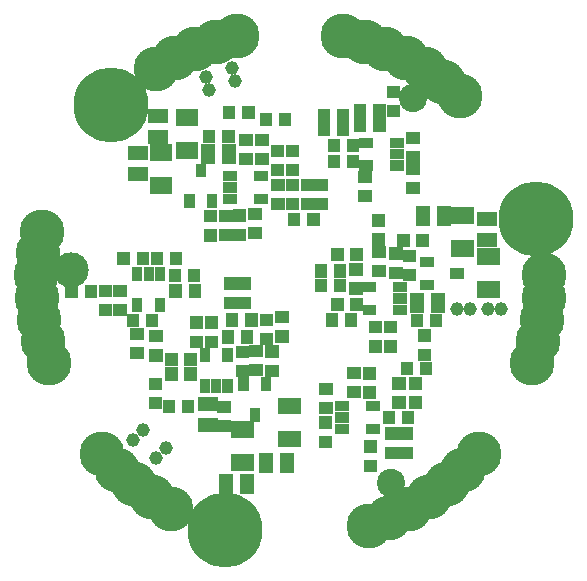
<source format=gbr>
G04 start of page 7 for group -4063 idx -4063
G04 Title: RADE, componentmask *
G04 Creator: pcb-bin 20060822 *
G04 CreationDate: Tue Dec 12 12:58:33 2006 UTC *
G04 For: stephan *
G04 Format: Gerber/RS-274X *
G04 PCB-Dimensions: 236220 236220 *
G04 PCB-Coordinate-Origin: lower left *
%MOIN*%
%FSLAX24Y24*%
%LNFRONTMASK*%
%ADD11C,0.1500*%
%ADD12C,0.2500*%
%ADD13C,0.0943*%
%ADD14C,0.0460*%
%ADD15C,0.1179*%
%ADD16R,0.0410X0.0410*%
%ADD17R,0.0340X0.0340*%
%ADD18R,0.0560X0.0560*%
%ADD19R,0.0460X0.0460*%
G54D11*%LNFRONTMASK_D1*%
%LPD*%
X20058Y9906D03*
X20264Y11368D03*
X20270Y12106D03*
X20193Y10633D03*
X19861Y9195D03*
X17583Y5620D03*
X18101Y6147D03*
X17022Y5140D03*
X16421Y4712D03*
X15784Y4337D03*
X15118Y4019D03*
X14426Y3760D03*
X6599Y5140D03*
X7200Y4712D03*
X7837Y4337D03*
X6038Y5620D03*
G54D12*X9620Y3634D03*
G54D11*X5520Y6147D03*
G54D12*X19987Y14001D03*
G54D11*X17474Y18101D03*
X16905Y18571D03*
X16296Y18989D03*
X15653Y19353D03*
X14981Y19659D03*
X14285Y19905D03*
X13570Y20090D03*
X10051D03*
X9336Y19905D03*
X8640Y19659D03*
X7968Y19353D03*
X7325Y18989D03*
G54D12*X5825Y17796D03*
G54D11*X3531Y13570D03*
X3409Y12842D03*
X3760Y9195D03*
X3563Y9906D03*
X3428Y10633D03*
X3358Y11368D03*
X3351Y12106D03*
G54D13*X15157Y5196D03*
G54D14*X17815Y10984D03*
X17362D03*
X18838D03*
X18385D03*
G54D13*X15885Y18031D03*
G54D14*X9881Y19015D03*
X9114Y18287D03*
X9980Y18582D03*
X8996Y18720D03*
X7342Y6023D03*
X6889Y6948D03*
X7657Y6358D03*
X6574Y6614D03*
G54D15*X4507Y12283D03*
G54D16*X16345Y9032D02*Y8992D01*
X15967Y7870D02*X16007D01*
X15967Y8510D02*X16007D01*
X15416Y7870D02*X15456D01*
X15416Y8510D02*X15456D01*
X15137Y9739D02*X15177D01*
X14625Y9738D02*X14665D01*
X15705Y9032D02*Y8992D01*
X15649Y6195D02*X15689D01*
X15734Y7399D02*Y7359D01*
X15649Y6835D02*X15689D01*
X15176Y6195D02*X15216D01*
X15176Y6835D02*X15216D01*
X15094Y7399D02*Y7359D01*
G54D17*X14500Y7750D02*X14620D01*
G54D16*X14428Y8843D02*X14468D01*
X13913Y8861D02*X13953D01*
G54D17*X14500Y6990D02*X14620D01*
G54D16*X14471Y5764D02*X14511D01*
X14471Y6404D02*X14511D01*
X14428Y8203D02*X14468D01*
X13913Y8221D02*X13953D01*
G54D17*X13480Y7750D02*X13600D01*
G54D16*X12975Y7693D02*X13015D01*
X12975Y8333D02*X13015D01*
G54D17*X13480Y6990D02*X13600D01*
X13480Y7370D02*X13600D01*
G54D16*X12965Y6567D02*X13005D01*
X12965Y7207D02*X13005D01*
X15882Y15013D02*X15922D01*
X15882Y15653D02*X15922D01*
G54D17*X15297Y15773D02*X15417D01*
X15297Y16153D02*X15417D01*
G54D16*X15885Y16057D02*X15925D01*
G54D17*X15297Y16533D02*X15417D01*
G54D16*X15885Y16697D02*X15925D01*
X15232Y18232D02*X15272D01*
X14287Y14756D02*X14327D01*
X14287Y15396D02*X14327D01*
X15232Y17592D02*X15272D01*
X14786Y17149D02*Y17109D01*
X14785Y17605D02*Y17565D01*
X14146Y17149D02*Y17109D01*
X14145Y17605D02*Y17565D01*
G54D17*X14277Y16533D02*X14397D01*
G54D16*X13566Y17444D02*Y17404D01*
X13901Y16460D02*Y16420D01*
X13566Y16991D02*Y16951D01*
G54D17*X14277Y15773D02*X14397D01*
G54D16*X13902Y15925D02*Y15885D01*
X13262Y15925D02*Y15885D01*
X13261Y16460D02*Y16420D01*
X12926Y17444D02*Y17404D01*
X12926Y16991D02*Y16951D01*
G54D18*X18325Y11635D02*X18525D01*
X18325Y12735D02*X18525D01*
G54D19*X18260Y13294D02*X18460D01*
G54D18*X17459Y13013D02*X17659D01*
G54D19*X18260Y13994D02*X18460D01*
G54D18*X17459Y14113D02*X17659D01*
G54D17*X17319Y12170D02*X17439D01*
G54D19*X16932Y14188D02*Y13988D01*
X16232Y14188D02*Y13988D01*
G54D17*X16299Y12550D02*X16419D01*
G54D16*X16220Y13287D02*Y13247D01*
X15766Y12120D02*X15806D01*
X15766Y12760D02*X15806D01*
X15311Y12838D02*X15351D01*
X15311Y12198D02*X15351D01*
X15580Y13287D02*Y13247D01*
X14724Y13302D02*X14764D01*
X14724Y13942D02*X14764D01*
X16262Y9464D02*X16302D01*
X16262Y10104D02*X16302D01*
X16038Y10630D02*Y10590D01*
X15137Y10379D02*X15177D01*
X14625Y10378D02*X14665D01*
G54D17*X15412Y11338D02*X15532D01*
X15412Y11718D02*X15532D01*
X16299Y11790D02*X16419D01*
X14392Y11718D02*X14512D01*
G54D16*X16678Y10630D02*Y10590D01*
G54D19*X16728Y11281D02*Y11081D01*
G54D17*X15412Y10958D02*X15532D01*
G54D19*X16028Y11281D02*Y11081D01*
G54D17*X14392Y10958D02*X14512D01*
G54D16*X14743Y12258D02*X14783D01*
X14743Y12898D02*X14783D01*
X14020Y12834D02*Y12794D01*
X14021Y11161D02*Y11121D01*
X13976Y11668D02*X14016D01*
X13843Y10649D02*Y10609D01*
X13976Y12308D02*X14016D01*
X13469Y11791D02*Y11751D01*
X13203Y10649D02*Y10609D01*
X13381Y11161D02*Y11121D01*
X12829Y11791D02*Y11751D01*
X13469Y12283D02*Y12243D01*
X13380Y12834D02*Y12794D01*
X12829Y12283D02*Y12243D01*
X12834Y14483D02*X12874D01*
X12834Y15123D02*X12874D01*
X12381Y15123D02*X12421D01*
X12583Y13996D02*Y13956D01*
X11943Y13996D02*Y13956D01*
X12381Y14483D02*X12421D01*
X11374Y14481D02*X11414D01*
X11869Y15624D02*X11909D01*
X11869Y16264D02*X11909D01*
X11869Y14483D02*X11909D01*
X11869Y15123D02*X11909D01*
X11637Y17326D02*Y17286D01*
X10997Y17326D02*Y17286D01*
X10846Y16619D02*X10886D01*
X11358Y15624D02*X11398D01*
X11358Y16264D02*X11398D01*
X11374Y15121D02*X11414D01*
X10846Y15979D02*X10886D01*
G54D17*X10763Y15419D02*X10883D01*
G54D16*X10418Y17559D02*Y17519D01*
X10314Y16619D02*X10354D01*
X9778Y17559D02*Y17519D01*
G54D18*X8266Y16260D02*X8466D01*
G54D16*X9109Y16752D02*Y16712D01*
G54D18*X8266Y17360D02*X8466D01*
G54D19*X9078Y16261D02*Y16061D01*
G54D18*X7400Y16199D02*X7600D01*
G54D19*X7308Y16734D02*X7508D01*
X7308Y17434D02*X7508D01*
G54D17*X10763Y14659D02*X10883D01*
G54D16*X10610Y13518D02*X10650D01*
X10610Y14158D02*X10650D01*
X10314Y15979D02*X10354D01*
X9749Y16752D02*Y16712D01*
G54D17*X9743Y15419D02*X9863D01*
G54D16*X9645Y13459D02*X9685D01*
G54D19*X9778Y16261D02*Y16061D01*
G54D16*X9645Y14099D02*X9685D01*
G54D17*X9743Y14659D02*X9863D01*
X9743Y15039D02*X9863D01*
G54D16*X10101Y13461D02*X10141D01*
X9133Y13439D02*X9173D01*
X10101Y14101D02*X10141D01*
X9133Y14079D02*X9173D01*
G54D17*X9213Y14648D02*Y14528D01*
X8833Y15668D02*Y15548D01*
X8453Y14648D02*Y14528D01*
G54D18*X7400Y15099D02*X7600D01*
G54D19*X6638Y15484D02*X6838D01*
X6638Y16184D02*X6838D01*
G54D16*X7998Y12693D02*Y12653D01*
X7358Y12693D02*Y12653D01*
X6893Y12700D02*Y12660D01*
X6253Y12700D02*Y12660D01*
X11515Y10073D02*X11555D01*
X11515Y10713D02*X11555D01*
X11003Y10634D02*X11043D01*
X11180Y9572D02*X11220D01*
X11003Y9994D02*X11043D01*
X10646Y9590D02*X10686D01*
X10516Y10650D02*Y10610D01*
X10377Y10082D02*Y10042D01*
X10255Y11195D02*X10295D01*
X9802Y11195D02*X9842D01*
X10255Y11835D02*X10295D01*
X9802Y11835D02*X9842D01*
G54D19*X11001Y5952D02*Y5752D01*
X11701Y5952D02*Y5752D01*
G54D17*X11014Y8542D02*Y8422D01*
X10634Y7522D02*Y7402D01*
G54D16*X11180Y8932D02*X11220D01*
G54D17*X10254Y8542D02*Y8422D01*
G54D16*X10646Y8950D02*X10686D01*
G54D18*X11691Y6654D02*X11891D01*
X11691Y7754D02*X11891D01*
G54D16*X9586Y7081D02*X9626D01*
X10196Y8912D02*X10236D01*
X10196Y9552D02*X10236D01*
G54D17*X9720Y9505D02*Y9385D01*
X8960Y9505D02*Y9385D01*
G54D16*X9172Y9896D02*X9212D01*
X8661D02*X8701D01*
X9172Y10536D02*X9212D01*
X8661D02*X8701D01*
X8489Y8838D02*Y8798D01*
X8488Y9331D02*Y9291D01*
G54D17*X9720Y8485D02*Y8365D01*
G54D19*X9672Y5244D02*Y5044D01*
G54D17*X9340Y8485D02*Y8365D01*
X8960Y8485D02*Y8365D01*
G54D18*X10116Y5867D02*X10316D01*
G54D19*X10372Y5244D02*Y5044D01*
G54D18*X10116Y6967D02*X10316D01*
G54D16*X9586Y7721D02*X9626D01*
G54D19*X8955Y7130D02*X9155D01*
X8955Y7830D02*X9155D01*
G54D16*X8412Y7753D02*Y7713D01*
X9876Y10650D02*Y10610D01*
X9737Y10082D02*Y10042D01*
X8627Y11614D02*Y11574D01*
X7987Y11614D02*Y11574D01*
X8607Y12126D02*Y12086D01*
X7967Y12126D02*Y12086D01*
G54D17*X7474Y12208D02*Y12088D01*
X7094Y12208D02*Y12088D01*
X6714Y11188D02*Y11068D01*
X7474Y11188D02*Y11068D01*
X6714Y12208D02*Y12088D01*
G54D16*X7772Y7753D02*Y7713D01*
X7319Y10082D02*X7359D01*
X7849Y8838D02*Y8798D01*
X7848Y9331D02*Y9291D01*
X7302Y7849D02*X7342D01*
X7319Y9442D02*X7359D01*
X7302Y8489D02*X7342D01*
X7208Y10633D02*Y10593D01*
X6686Y10159D02*X6726D01*
X6686Y9519D02*X6726D01*
X6568Y10633D02*Y10593D01*
X5626Y10957D02*X5666D01*
X5626Y11597D02*X5666D01*
X6118Y11597D02*X6158D01*
X5162Y11594D02*Y11554D01*
X6118Y10957D02*X6158D01*
X4522Y11594D02*Y11554D01*
M02*

</source>
